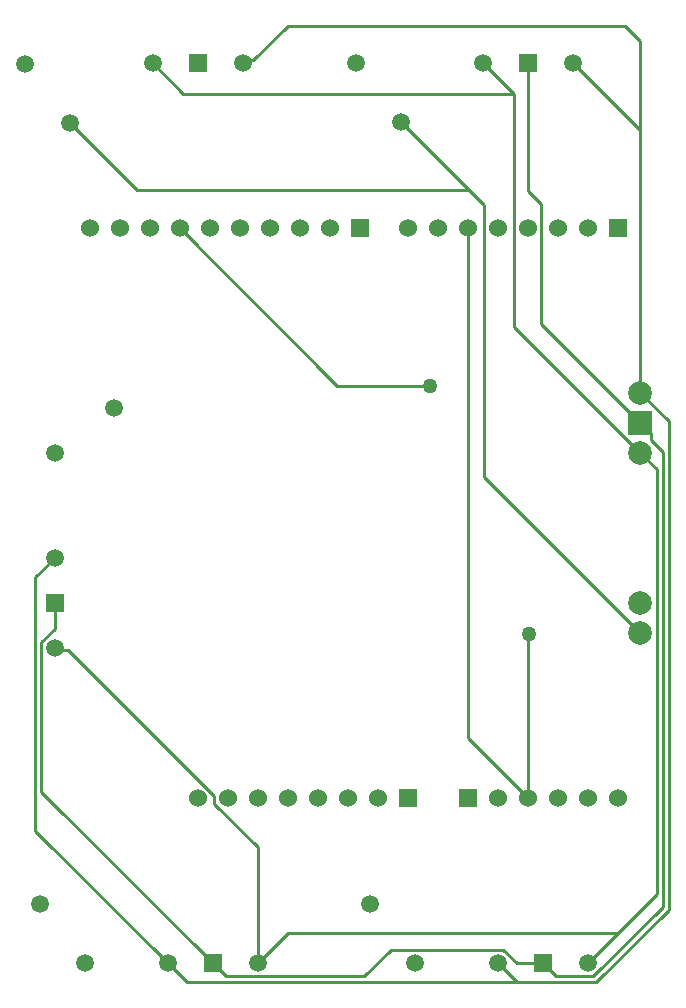
<source format=gbl>
G04*
G04 #@! TF.GenerationSoftware,Altium Limited,Altium Designer,22.9.1 (49)*
G04*
G04 Layer_Physical_Order=2*
G04 Layer_Color=16711680*
%FSLAX25Y25*%
%MOIN*%
G70*
G04*
G04 #@! TF.SameCoordinates,BFF4783A-9A9A-4BA5-AF34-FCE32B05B8FC*
G04*
G04*
G04 #@! TF.FilePolarity,Positive*
G04*
G01*
G75*
%ADD12C,0.01000*%
%ADD29C,0.05906*%
%ADD30R,0.05906X0.05906*%
%ADD31C,0.07874*%
%ADD32R,0.07874X0.07874*%
%ADD33R,0.05906X0.05906*%
%ADD34C,0.06000*%
%ADD35R,0.06000X0.06000*%
%ADD36C,0.05000*%
D12*
X104000Y200000D02*
X156500Y147500D01*
X187500D01*
X220000Y10000D02*
X220164Y10164D01*
Y64507D02*
X220328Y64672D01*
X220164Y10164D02*
Y64507D01*
X55929Y-929D02*
Y83705D01*
Y-929D02*
X100000Y-45000D01*
X55929Y83705D02*
X62382Y90157D01*
X57929Y12071D02*
Y62002D01*
Y12071D02*
X115000Y-45000D01*
X57929Y62002D02*
X62382Y66454D01*
Y75157D01*
X115500Y8136D02*
X130000Y-6364D01*
Y-45000D02*
Y-6364D01*
X115500Y8136D02*
Y10864D01*
X66835Y59529D02*
X115500Y10864D01*
X63010Y59529D02*
X66835D01*
X62382Y60157D02*
X63010Y59529D01*
X106453Y-51453D02*
X216453D01*
X100000Y-45000D02*
X106453Y-51453D01*
X115000Y-45000D02*
X119453Y-49453D01*
X165547D01*
X174453Y-40547D01*
X211844D01*
X216297Y-45000D01*
X225000D01*
X250000Y-35000D02*
X262937Y-22063D01*
X240000Y-45000D02*
X250000Y-35000D01*
X130000Y-45000D02*
X140000Y-35000D01*
X250000D01*
X210000Y-45000D02*
X216453Y-51453D01*
X242673D01*
X266937Y-27189D02*
Y135563D01*
X257500Y145000D02*
X266937Y135563D01*
X242673Y-51453D02*
X266937Y-27189D01*
X225000Y-45000D02*
X229453Y-49453D01*
X241844D01*
X264937Y-26360D01*
Y125252D01*
X260937Y129252D02*
X264937Y125252D01*
X260937Y129252D02*
Y131563D01*
X257500Y135000D02*
X260937Y131563D01*
X257500Y125000D02*
X262937Y119563D01*
Y-22063D02*
Y119563D01*
X105224Y244776D02*
X215500D01*
X95000Y255000D02*
X105224Y244776D01*
X125899Y255899D02*
X128399D01*
X125000Y255000D02*
X125899Y255899D01*
X140000Y267500D02*
X252500D01*
X128399Y255899D02*
X140000Y267500D01*
X252500D02*
X257500Y262500D01*
Y232776D02*
Y262500D01*
X205157Y255118D02*
X215500Y244776D01*
Y167000D02*
Y244776D01*
Y167000D02*
X257500Y125000D01*
X224500Y168000D02*
Y208161D01*
X220157Y212504D02*
X224500Y208161D01*
Y168000D02*
X257500Y135000D01*
X220157Y212504D02*
Y255118D01*
X235157D02*
X257500Y232776D01*
Y145000D02*
Y232776D01*
X200295Y212795D02*
X205500Y207591D01*
X177657Y235433D02*
X200295Y212795D01*
X67500Y235000D02*
X89705Y212795D01*
X200295D01*
X205500Y117000D02*
X257500Y65000D01*
X205500Y117000D02*
Y207591D01*
X200000Y30000D02*
Y200000D01*
Y30000D02*
X220000Y10000D01*
D29*
X95000Y255000D02*
D03*
X125000D02*
D03*
X162657Y255118D02*
D03*
X177657Y235433D02*
D03*
X205157Y255118D02*
D03*
X235157D02*
D03*
X52500Y254685D02*
D03*
X67500Y235000D02*
D03*
X240000Y-45000D02*
D03*
X210000D02*
D03*
X182500D02*
D03*
X167500Y-25315D02*
D03*
X130000Y-45000D02*
D03*
X100000D02*
D03*
X72342Y-45118D02*
D03*
X57342Y-25433D02*
D03*
X62382Y60157D02*
D03*
Y90157D02*
D03*
X62382Y125157D02*
D03*
X82067Y140157D02*
D03*
D30*
X110000Y255000D02*
D03*
X220157Y255118D02*
D03*
X225000Y-45000D02*
D03*
X115000D02*
D03*
D31*
X257500Y65000D02*
D03*
Y75000D02*
D03*
Y125000D02*
D03*
Y145000D02*
D03*
D32*
Y135000D02*
D03*
D33*
X62382Y75157D02*
D03*
D34*
X160000Y10000D02*
D03*
X170000D02*
D03*
X110000D02*
D03*
X120000D02*
D03*
X130000D02*
D03*
X140000D02*
D03*
X150000D02*
D03*
X230000Y200000D02*
D03*
X240000D02*
D03*
X180000D02*
D03*
X190000D02*
D03*
X200000D02*
D03*
X210000D02*
D03*
X220000D02*
D03*
X74000D02*
D03*
X84000D02*
D03*
X94000D02*
D03*
X104000D02*
D03*
X114000D02*
D03*
X124000D02*
D03*
X134000D02*
D03*
X144000D02*
D03*
X154000D02*
D03*
X250000Y10000D02*
D03*
X240000D02*
D03*
X230000D02*
D03*
X220000D02*
D03*
X210000D02*
D03*
D35*
X180000D02*
D03*
X250000Y200000D02*
D03*
X164000D02*
D03*
X200000Y10000D02*
D03*
D36*
X187500Y147500D02*
D03*
X220328Y64672D02*
D03*
M02*

</source>
